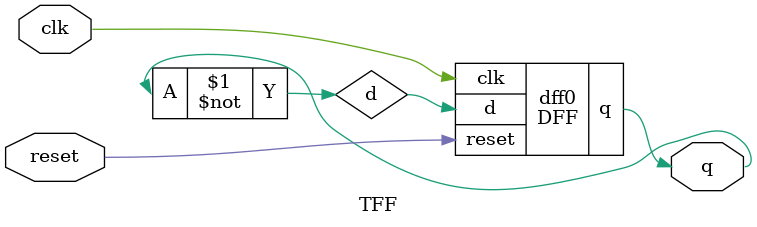
<source format=v>
module licznik_asynchr(
	output [3:0] q,
	input clk,
	input reset
);

//4 instancje dwojki liczacej TFF
TFF tff0(
	.q			(q[0]),
	.clk		(clk),
	.reset	(reset)
);

TFF tff1(
	.q			(q[1]),
	.clk		(q[0]),
	.reset	(reset)
);

TFF tff2(
	.q			(q[2]),
	.clk		(q[1]),
	.reset	(reset)
);

TFF tff3(
	.q			(q[3]),
	.clk		(q[2]),
	.reset	(reset)
);

endmodule

//-------------------------------
//DFF z synchronicznym resetem
module DFF(
	output reg	q,
	input 			d,
	input 			clk,
	input 			reset
);

always @(posedge reset or negedge clk)
if (reset)
		q = 1'b0;
else
		#0 q = d;

endmodule

//-----------------------------
//dwojki liczace TFF
module TFF(
	output q,
	input clk,
	input reset
);

wire d;

DFF dff0(
	.q(q),
	.d(d),
	.clk(clk),
	.reset(reset)
);

assign d = ~q;

endmodule

//zadania:
//1 implementacja + symulacja
//2 dodac opoznienie do przerzutnika DFF + symulacja
//3 symulacja Post Route

</source>
